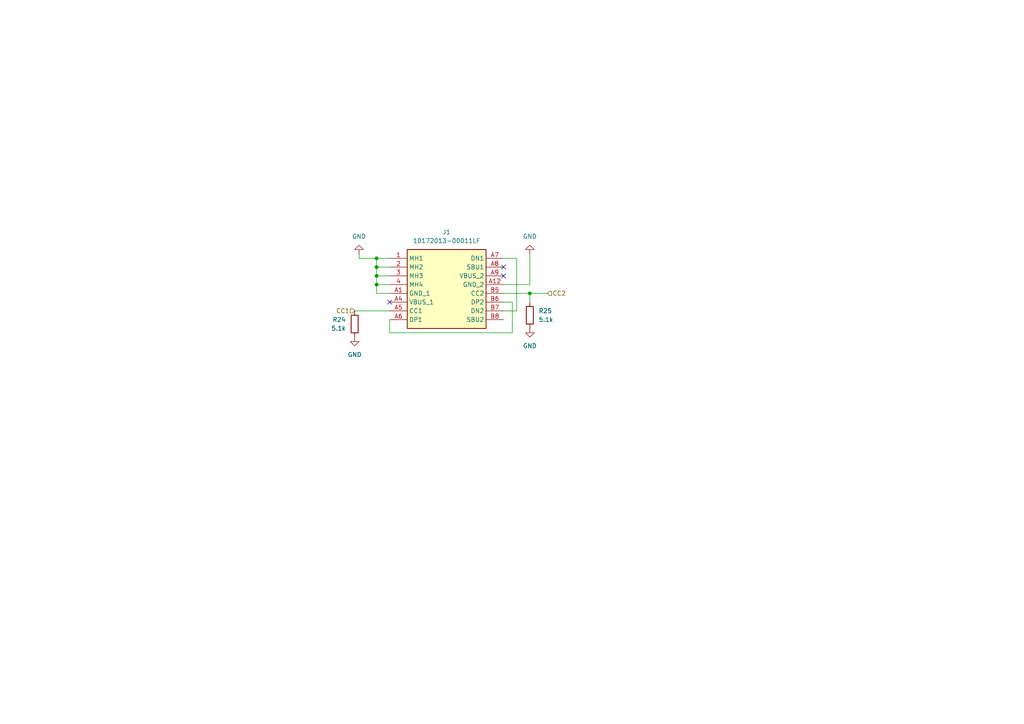
<source format=kicad_sch>
(kicad_sch (version 20250114) (generator "eeschema") (generator_version "9.0")
  (paper "A4")
  (lib_symbols
    (symbol "Device:R" (pin_numbers (hide yes)) (pin_names (offset 0))
      (property "Reference" "R" (at 2.032 0 90))
      (property "Value" "R" (at 0 0 90))
      (symbol "R_0_1"
        (rectangle (start -1.016 -2.54) (end 1.016 2.54) (stroke (width 0.254)))
      )
      (symbol "R_1_1"
        (pin passive line (at 0 3.81 270) (length 1.27) (name "~") (number "1"))
        (pin passive line (at 0 -3.81 90) (length 1.27) (name "~") (number "2"))
      )
    )
    (symbol "USB_C_16P:10172013-00011LF"
      (property "Reference" "J" (at 29.21 7.62 0))
      (property "Value" "10172013-00011LF" (at 29.21 5.08 0))
      (symbol "10172013-00011LF_1_1"
        (rectangle (start 5.08 2.54) (end 27.94 -20.32) (stroke (width 0.254)) (fill (type background)))
        (pin passive line (at 0 0 0) (length 5.08) (name "MH1") (number "1"))
        (pin passive line (at 0 -2.54 0) (length 5.08) (name "MH2") (number "2"))
        (pin passive line (at 0 -5.08 0) (length 5.08) (name "MH3") (number "3"))
        (pin passive line (at 0 -7.62 0) (length 5.08) (name "MH4") (number "4"))
        (pin passive line (at 0 -10.16 0) (length 5.08) (name "GND_1") (number "A1"))
        (pin passive line (at 0 -12.7 0) (length 5.08) (name "VBUS_1") (number "A4"))
        (pin passive line (at 0 -15.24 0) (length 5.08) (name "CC1") (number "A5"))
        (pin passive line (at 0 -17.78 0) (length 5.08) (name "DP1") (number "A6"))
        (pin passive line (at 33.02 0 180) (length 5.08) (name "DN1") (number "A7"))
        (pin passive line (at 33.02 -2.54 180) (length 5.08) (name "SBU1") (number "A8"))
        (pin passive line (at 33.02 -5.08 180) (length 5.08) (name "VBUS_2") (number "A9"))
        (pin passive line (at 33.02 -7.62 180) (length 5.08) (name "GND_2") (number "A12"))
        (pin passive line (at 33.02 -10.16 180) (length 5.08) (name "CC2") (number "B5"))
        (pin passive line (at 33.02 -12.7 180) (length 5.08) (name "DP2") (number "B6"))
        (pin passive line (at 33.02 -15.24 180) (length 5.08) (name "DN2") (number "B7"))
        (pin passive line (at 33.02 -17.78 180) (length 5.08) (name "SBU2") (number "B8"))
      )
    )
    (symbol "power:GND" (power) (pin_numbers (hide yes)) (pin_names (offset 0) (hide yes))
      (property "Value" "GND" (at 0 -3.81 0))
      (symbol "GND_0_1"
        (polyline (pts (xy 0 0) (xy 0 -1.27) (xy 1.27 -1.27) (xy 0 -2.54) (xy -1.27 -1.27) (xy 0 -1.27)))
      )
      (symbol "GND_1_1"
        (pin power_in line (at 0 0 270) (length 0) (name "~") (number "1"))
      )
    )
  )
  (junction (at 109.22 77.47))
  (junction (at 153.67 85.09))
  (junction (at 109.22 74.93))
  (junction (at 109.22 82.55))
  (junction (at 109.22 80.01))
  (no_connect (at 113.03 87.63))
  (no_connect (at 146.05 77.47))
  (no_connect (at 146.05 80.01))
  (wire (pts (xy 149.86 90.17) (xy 149.86 74.93)))
  (wire (pts (xy 109.22 82.55) (xy 109.22 80.01)))
  (wire (pts (xy 109.22 77.47) (xy 109.22 74.93)))
  (wire (pts (xy 109.22 80.01) (xy 113.03 80.01)))
  (wire (pts (xy 153.67 85.09) (xy 153.67 87.63)))
  (wire (pts (xy 148.59 87.63) (xy 146.05 87.63)))
  (wire (pts (xy 109.22 85.09) (xy 109.22 82.55)))
  (wire (pts (xy 113.03 85.09) (xy 109.22 85.09)))
  (wire (pts (xy 153.67 82.55) (xy 153.67 73.66)))
  (wire (pts (xy 146.05 85.09) (xy 153.67 85.09)))
  (wire (pts (xy 153.67 85.09) (xy 158.75 85.09)))
  (wire (pts (xy 109.22 77.47) (xy 113.03 77.47)))
  (wire (pts (xy 146.05 90.17) (xy 149.86 90.17)))
  (wire (pts (xy 109.22 74.93) (xy 113.03 74.93)))
  (wire (pts (xy 146.05 82.55) (xy 153.67 82.55)))
  (wire (pts (xy 104.14 74.93) (xy 109.22 74.93)))
  (wire (pts (xy 113.03 96.52) (xy 148.59 96.52)))
  (wire (pts (xy 146.05 74.93) (xy 149.86 74.93)))
  (wire (pts (xy 109.22 82.55) (xy 113.03 82.55)))
  (wire (pts (xy 109.22 80.01) (xy 109.22 77.47)))
  (wire (pts (xy 102.87 90.17) (xy 113.03 90.17)))
  (wire (pts (xy 148.59 96.52) (xy 148.59 87.63)))
  (wire (pts (xy 104.14 73.66) (xy 104.14 74.93)))
  (wire (pts (xy 113.03 92.71) (xy 113.03 96.52)))
  (hierarchical_label "CC2" (shape input) (at 158.75 85.09 0))
  (hierarchical_label "CC1" (shape input) (at 102.87 90.17 180))
  (symbol (lib_id "USB_C_16P:10172013-00011LF") (at 113.03 74.93 0) (unit 1)
    (property "Reference" "J1" (at 129.54 67.31 0))
    (property "Value" "10172013-00011LF" (at 129.54 69.85 0))
    (property "Footprint" "1017201300011LF" (effects (hide yes)))
    (property "Datasheet" "https://www.amphenol-cs.com/product/1017201300011lf.html" (effects (hide yes)))
    (property "Description" "USB-C (USB TYPE-C) USB 2.0 Receptacle Connector 24 (6+18 Dummy) Position Surface Mount, Right Angle" (effects (hide yes)))
    (property "Height" "3.41" (effects (hide yes)))
    (property "Manufacturer_Name" "Amphenol Communications Solutions" (effects (hide yes)))
    (property "Manufacturer_Part_Number" "10172013-00011LF" (effects (hide yes)))
  )
  (symbol (lib_id "power:GND") (at 104.14 73.66 180) (unit 1)
    (property "Reference" "#PWR053" (effects (hide yes)))
    (property "Value" "GND" (at 104.14 68.58 0))
    (property "Description" "Power symbol creates a global label with name \"GND\" , ground" (effects (hide yes)))
  )
  (symbol (lib_id "Device:R") (at 153.67 91.44 0) (unit 1)
    (property "Reference" "R25" (at 156.21 90.1699 0) (effects (justify left)))
    (property "Value" "5.1k" (at 156.21 92.7099 0) (effects (justify left)))
    (property "Description" "Resistor" (effects (hide yes)))
  )
  (symbol (lib_id "power:GND") (at 153.67 73.66 180) (unit 1)
    (property "Reference" "#PWR054" (effects (hide yes)))
    (property "Value" "GND" (at 153.67 68.58 0))
    (property "Description" "Power symbol creates a global label with name \"GND\" , ground" (effects (hide yes)))
  )
  (symbol (lib_id "power:GND") (at 153.67 95.25 0) (unit 1)
    (property "Reference" "#PWR055" (effects (hide yes)))
    (property "Value" "GND" (at 153.67 100.33 0))
    (property "Description" "Power symbol creates a global label with name \"GND\" , ground" (effects (hide yes)))
  )
  (symbol (lib_id "Device:R") (at 102.87 93.98 0) (mirror y) (unit 1)
    (property "Reference" "R24" (at 100.33 92.7099 0) (effects (justify left)))
    (property "Value" "5.1k" (at 100.33 95.2499 0) (effects (justify left)))
    (property "Description" "Resistor" (effects (hide yes)))
  )
  (symbol (lib_id "power:GND") (at 102.87 97.79 0) (mirror y) (unit 1)
    (property "Reference" "#PWR052" (effects (hide yes)))
    (property "Value" "GND" (at 102.87 102.87 0))
    (property "Description" "Power symbol creates a global label with name \"GND\" , ground" (effects (hide yes)))
  )
)
</source>
